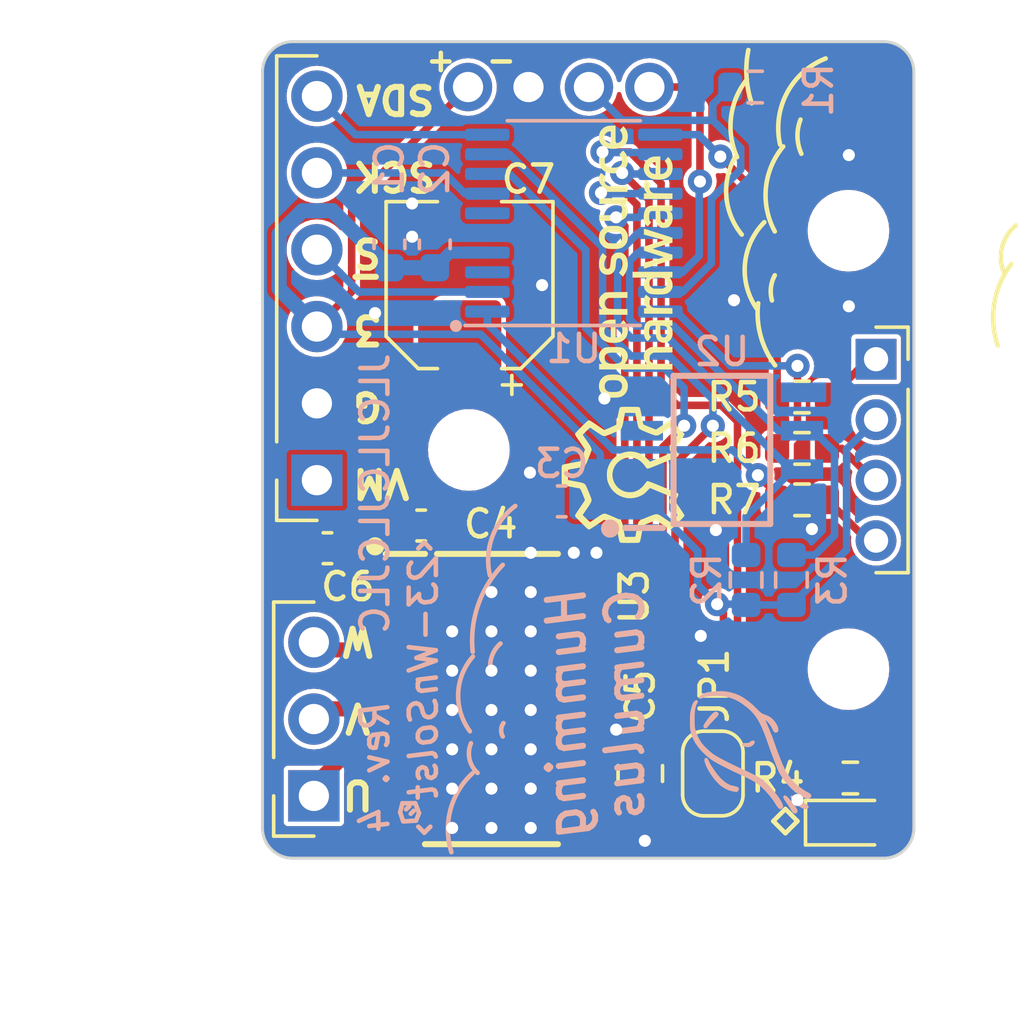
<source format=kicad_pcb>
(kicad_pcb (version 20221018) (generator pcbnew)
  (layers (0 "F.Cu" signal) (31 "B.Cu" signal) (34 "B.Paste" user) (35 "F.Paste" user) (36 "B.SilkS" user "B.Silkscreen") (37 "F.SilkS" user "F.Silkscreen") (38 "B.Mask" user) (39 "F.Mask" user) (44 "Edge.Cuts" user))
  (net 0 "")
  (net 1 "+3.3V")
  (net 2 "Net-(U3-CPH)")
  (net 3 "Net-(U3-CPL)")
  (net 4 "Net-(D1-A)")
  (net 5 "Net-(U3-VCP)")
  (net 6 "IN_U")
  (net 7 "IN_V")
  (net 8 "IN_W")
  (net 9 "MOTOR_U")
  (net 10 "MOTOR_V")
  (net 11 "MOTOR_W")
  (net 12 "NFAULT")
  (net 13 "NSLEEP")
  (net 14 "UNIT_CSN")
  (net 15 "UNIT_SCK")
  (net 16 "UNIT_SDA")
  (net 17 "LED_R")
  (net 18 "LED_G")
  (net 19 "VM")
  (net 20 "LED_B")
  (net 21 "SWCLK")
  (net 22 "SWDIO")
  (net 23 "MAG_SCL")
  (net 24 "MAG_SDA")
  (net 25 "LED_ACT")
  (net 31 "GND")
  (net 32 "Net-(J3-Pin_1)")
  (net 33 "Net-(J3-Pin_3)")
  (net 34 "Net-(J3-Pin_4)")
  (net 35 "V3P3O")
  (footprint "Connector_PinHeader_2.54mm:PinHeader_1x03_P2.54mm_Vertical" (layer "F.Cu") (at 19.9 43.14 180)
    (fp_text reference "J2" hide)
    (fp_text value "Conn_01x03")
    (pad "1" thru_hole rect (at 0 0 180) (size 1.7 1.7) (drill 1) (layers "*.Cu" "*.Mask") (net 9 "MOTOR_U"))
    (pad "2" thru_hole oval (at 0 2.54 180) (size 1.7 1.7) (drill 1) (layers "*.Cu" "*.Mask") (net 10 "MOTOR_V"))
    (pad "3" thru_hole oval (at 0 5.08 180) (size 1.7 1.7) (drill 1) (layers "*.Cu" "*.Mask") (net 11 "MOTOR_W"))
  )
  (footprint "Clouds_footprints:MountingHoles_M3_Tri14.5" (layer "F.Cu") (at 33.4 31.7 -30)
    (fp_text reference "H1" hide)
    (fp_text value "MountingHole")
    (pad "" np_thru_hole circle (at -7.25 4.185789 330) (size 2.4 2.4) (drill 2.4) (layers "F&B.Cu" "*.Mask"))
    (pad "" np_thru_hole circle (at 0 -8.371579 330) (size 2.4 2.4) (drill 2.4) (layers "F&B.Cu" "*.Mask"))
    (pad "" np_thru_hole circle (at 7.25 4.185789 330) (size 2.4 2.4) (drill 2.4) (layers "F&B.Cu" "*.Mask"))
  )
  (footprint "LED_SMD:LED_0603_1608Metric" (layer "F.Cu") (at 37.65 44.025)
    (fp_text reference "D1" hide)
    (fp_text value "Yellow")
    (pad "1" smd roundrect (at -0.7875 0) (size 0.875 0.95) (layers "F.Cu" "F.Paste" "F.Mask") (net 31 "GND"))
    (pad "2" smd roundrect (at 0.7875 0) (size 0.875 0.95) (layers "F.Cu" "F.Paste" "F.Mask") (net 4 "Net-(D1-A)"))
  )
  (footprint "Capacitor_SMD:C_0603_1608Metric" (layer "F.Cu") (at 20.35 34.95 180)
    (fp_text reference "C6" (at -0.675 -1.275 180) (layer "F.SilkS") (effects (font (size 0.9 0.9))))
    (fp_text value "100n")
    (pad "1" smd roundrect (at -0.775 0 180) (size 0.9 0.95) (layers "F.Cu" "F.Paste" "F.Mask") (net 5 "Net-(U3-VCP)"))
    (pad "2" smd roundrect (at 0.775 0 180) (size 0.9 0.95) (layers "F.Cu" "F.Paste" "F.Mask") (net 19 "VM"))
  )
  (footprint "Jumper:SolderJumper-2_P1.3mm_Open_RoundedPad1.0x1.5mm" (layer "F.Cu") (at 33.1 42.4 90)
    (fp_text reference "JP1" (at 2.9 0.05 90) (layer "F.SilkS") (effects (font (size 0.9 0.9))))
    (fp_text value "SolderJumper_2_Open")
    (pad "1" smd custom (at -0.65 0 90) (size 1 0.5) (layers "F.Cu" "F.Mask") (net 35 "V3P3O") (options (clearance outline) (anchor rect)) (primitives (gr_circle (center 0 0.25) (end 0.5 0.25) (width 0) (fill yes)) (gr_circle (center 0 -0.25) (end 0.5 -0.25) (width 0) (fill yes)) (gr_poly (pts (xy 0.5 0.75) (xy 0 0.75) (xy 0 -0.75) (xy 0.5 -0.75)) (width 0) (fill yes))))
    (pad "2" smd custom (at 0.65 0 90) (size 1 0.5) (layers "F.Cu" "F.Mask") (net 1 "+3.3V") (options (clearance outline) (anchor rect)) (primitives (gr_circle (center 0 0.25) (end 0.5 0.25) (width 0) (fill yes)) (gr_circle (center 0 -0.25) (end 0.5 -0.25) (width 0) (fill yes)) (gr_poly (pts (xy 0 0.75) (xy -0.5 0.75) (xy -0.5 -0.75) (xy 0 -0.75)) (width 0) (fill yes))))
  )
  (footprint "Capacitor_SMD:CP_Elec_5x3.9" (layer "F.Cu") (at 25.05 26.25 90)
    (fp_text reference "C7" (at 3.5 1.95 180) (layer "F.SilkS") (effects (font (size 0.9 0.9))))
    (fp_text value "10u")
    (pad "1" smd roundrect (at -2.2 0 90) (size 3 1.6) (layers "F.Cu" "F.Paste" "F.Mask") (roundrect_rratio 0.15625) (net 19 "VM"))
    (pad "2" smd roundrect (at 2.2 0 90) (size 3 1.6) (layers "F.Cu" "F.Paste" "F.Mask") (roundrect_rratio 0.15625) (net 31 "GND"))
  )
  (footprint "LOGO" (layer "F.Cu") (at 30.125 32.525 90)
    (fp_text reference "G***" hide)
    (fp_text value "LOGO" hide)
  )
  (footprint "Clouds_footprints:TestPoints_1x04_P2.0" (layer "F.Cu") (at 28 19.7)
    (fp_text reference "J4" hide)
    (fp_text value "Conn_01x04")
    (fp_text user "-" (at -1.9 -0.9 unlocked) (layer "F.SilkS") (effects (font (size 0.75 0.75))))
    (fp_text user "+" (at -3.9 -0.9 unlocked) (layer "F.SilkS") (effects (font (size 0.75 0.75))))
    (pad "1" thru_hole circle (at -3 0) (size 1.6 1.6) (drill 1) (layers "*.Cu" "*.Mask") (net 1 "+3.3V"))
    (pad "2" thru_hole circle (at -1 0) (size 1.6 1.6) (drill 1) (layers "*.Cu" "*.Mask") (net 31 "GND"))
    (pad "3" thru_hole circle (at 1 0) (size 1.6 1.6) (drill 1) (layers "*.Cu" "*.Mask") (net 21 "SWCLK"))
    (pad "4" thru_hole circle (at 3 0) (size 1.6 1.6) (drill 1) (layers "*.Cu" "*.Mask") (net 22 "SWDIO"))
  )
  (footprint "Resistor_SMD:R_0603_1608Metric" (layer "F.Cu") (at 36.05 29.95 180)
    (fp_text reference "R5" (at 2.25 0 180) (layer "F.SilkS") (effects (font (size 0.9 0.9))))
    (fp_text value "220")
    (pad "1" smd roundrect (at -0.825 0 180) (size 0.8 0.95) (layers "F.Cu" "F.Paste" "F.Mask") (net 32 "Net-(J3-Pin_1)"))
    (pad "2" smd roundrect (at 0.825 0 180) (size 0.8 0.95) (layers "F.Cu" "F.Paste" "F.Mask") (net 17 "LED_R"))
  )
  (footprint "Capacitor_SMD:C_0805_2012Metric" (layer "F.Cu") (at 30.7 42.4 90)
    (fp_text reference "C5" (at 2.55 0 90) (layer "F.SilkS") (effects (font (size 0.9 0.9))))
    (fp_text value "470n")
    (pad "1" smd roundrect (at -0.95 0 90) (size 1 1.45) (layers "F.Cu" "F.Paste" "F.Mask") (net 35 "V3P3O"))
    (pad "2" smd roundrect (at 0.95 0 90) (size 1 1.45) (layers "F.Cu" "F.Paste" "F.Mask") (net 31 "GND"))
  )
  (footprint "Clouds_footprints:SOP65P640X120-29N" (layer "F.Cu") (at 25.775 39.9375)
    (fp_text reference "U3" (at 4.725 -3.3875 90) (layer "F.SilkS") (effects (font (size 0.9 0.9))))
    (fp_text value "DRV8313PWPR" hide)
    (pad "1" smd rect (at -2.938 -4.225 90) (size 0.45 1.475) (layers "F.Cu" "F.Paste" "F.Mask") (net 3 "Net-(U3-CPL)"))
    (pad "2" smd rect (at -2.938 -3.575 90) (size 0.45 1.475) (layers "F.Cu" "F.Paste" "F.Mask") (net 2 "Net-(U3-CPH)"))
    (pad "3" smd rect (at -2.938 -2.925 90) (size 0.45 1.475) (layers "F.Cu" "F.Paste" "F.Mask") (net 5 "Net-(U3-VCP)"))
    (pad "4" smd rect (at -2.938 -2.275 90) (size 0.45 1.475) (layers "F.Cu" "F.Paste" "F.Mask") (net 19 "VM"))
    (pad "5" smd rect (at -2.938 -1.625 90) (size 0.45 1.475) (layers "F.Cu" "F.Paste" "F.Mask") (net 11 "MOTOR_W"))
    (pad "6" smd rect (at -2.938 -0.975 90) (size 0.45 1.475) (layers "F.Cu" "F.Paste" "F.Mask") (net 31 "GND"))
    (pad "7" smd rect (at -2.938 -0.325 90) (size 0.45 1.475) (layers "F.Cu" "F.Paste" "F.Mask") (net 31 "GND"))
    (pad "8" smd rect (at -2.938 0.325 90) (size 0.45 1.475) (layers "F.Cu" "F.Paste" "F.Mask") (net 10 "MOTOR_V"))
    (pad "9" smd rect (at -2.938 0.975 90) (size 0.45 1.475) (layers "F.Cu" "F.Paste" "F.Mask") (net 9 "MOTOR_U"))
    (pad "10" smd rect (at -2.938 1.625 90) (size 0.45 1.475) (layers "F.Cu" "F.Paste" "F.Mask") (net 31 "GND"))
    (pad "11" smd rect (at -2.938 2.275 90) (size 0.45 1.475) (layers "F.Cu" "F.Paste" "F.Mask") (net 19 "VM"))
    (pad "12" smd rect (at -2.938 2.925 90) (size 0.45 1.475) (layers "F.Cu" "F.Paste" "F.Mask") (net 31 "GND"))
    (pad "13" smd rect (at -2.938 3.575 90) (size 0.45 1.475) (layers "F.Cu" "F.Paste" "F.Mask") (net 31 "GND"))
    (pad "14" smd rect (at -2.938 4.225 90) (size 0.45 1.475) (layers "F.Cu" "F.Paste" "F.Mask") (net 31 "GND"))
    (pad "15" smd rect (at 2.938 4.225 90) (size 0.45 1.475) (layers "F.Cu" "F.Paste" "F.Mask") (net 35 "V3P3O"))
    (pad "16" smd rect (at 2.938 3.575 90) (size 0.45 1.475) (layers "F.Cu" "F.Paste" "F.Mask") (net 35 "V3P3O"))
    (pad "17" smd rect (at 2.938 2.925 90) (size 0.45 1.475) (layers "F.Cu" "F.Paste" "F.Mask") (net 13 "NSLEEP"))
    (pad "18" smd rect (at 2.938 2.275 90) (size 0.45 1.475) (layers "F.Cu" "F.Paste" "F.Mask") (net 12 "NFAULT"))
    (pad "19" smd rect (at 2.938 1.625 90) (size 0.45 1.475) (layers "F.Cu" "F.Paste" "F.Mask"))
    (pad "20" smd rect (at 2.938 0.975 90) (size 0.45 1.475) (layers "F.Cu" "F.Paste" "F.Mask") (net 31 "GND"))
    (pad "21" smd rect (at 2.938 0.325 90) (size 0.45 1.475) (layers "F.Cu" "F.Paste" "F.Mask"))
    (pad "22" smd rect (at 2.938 -0.325 90) (size 0.45 1.475) (layers "F.Cu" "F.Paste" "F.Mask") (net 35 "V3P3O"))
    (pad "23" smd rect (at 2.938 -0.975 90) (size 0.45 1.475) (layers "F.Cu" "F.Paste" "F.Mask") (net 6 "IN_U"))
    (pad "24" smd rect (at 2.938 -1.625 90) (size 0.45 1.475) (layers "F.Cu" "F.Paste" "F.Mask") (net 35 "V3P3O"))
    (pad "25" smd rect (at 2.938 -2.275 90) (size 0.45 1.475) (layers "F.Cu" "F.Paste" "F.Mask") (net 7 "IN_V"))
    (pad "26" smd rect (at 2.938 -2.925 90) (size 0.45 1.475) (layers "F.Cu" "F.Paste" "F.Mask") (net 35 "V3P3O"))
    (pad "27" smd rect (at 2.938 -3.575 90) (size 0.45 1.475) (layers "F.Cu" "F.Paste" "F.Mask") (net 8 "IN_W"))
    (pad "28" smd rect (at 2.938 -4.225 90) (size 0.45 1.475) (layers "F.Cu" "F.Paste" "F.Mask") (net 31 "GND"))
    (pad "29" smd rect (at 0 0) (size 3.1 5.18) (layers "F.Cu" "F.Paste" "F.Mask") (net 31 "GND"))
  )
  (footprint "Resistor_SMD:R_0603_1608Metric" (layer "F.Cu") (at 36.05 33.35 180)
    (fp_text reference "R7" (at 2.25 0 180) (layer "F.SilkS") (effects (font (size 0.9 0.9))))
    (fp_text value "220")
    (pad "1" smd roundrect (at -0.825 0 180) (size 0.8 0.95) (layers "F.Cu" "F.Paste" "F.Mask") (net 34 "Net-(J3-Pin_4)"))
    (pad "2" smd roundrect (at 0.825 0 180) (size 0.8 0.95) (layers "F.Cu" "F.Paste" "F.Mask") (net 20 "LED_B"))
  )
  (footprint "Capacitor_SMD:C_0603_1608Metric" (layer "F.Cu") (at 23.45 34.2)
    (fp_text reference "C4" (at 2.3 -0.05 180) (layer "F.SilkS") (effects (font (size 0.9 0.9))))
    (fp_text value "10n")
    (pad "1" smd roundrect (at -0.775 0) (size 0.9 0.95) (layers "F.Cu" "F.Paste" "F.Mask") (net 3 "Net-(U3-CPL)"))
    (pad "2" smd roundrect (at 0.775 0) (size 0.9 0.95) (layers "F.Cu" "F.Paste" "F.Mask") (net 2 "Net-(U3-CPH)"))
  )
  (footprint "LOGO" (layer "F.Cu") (at 30.433781 25.475 90)
    (fp_text reference "G***" hide)
    (fp_text value "LOGO" hide)
  )
  (footprint "Resistor_SMD:R_0603_1608Metric" (layer "F.Cu") (at 36.05 31.65 180)
    (fp_text reference "R6" (at 2.25 0 180) (layer "F.SilkS") (effects (font (size 0.9 0.9))))
    (fp_text value "220")
    (pad "1" smd roundrect (at -0.825 0 180) (size 0.8 0.95) (layers "F.Cu" "F.Paste" "F.Mask") (net 33 "Net-(J3-Pin_3)"))
    (pad "2" smd roundrect (at 0.825 0 180) (size 0.8 0.95) (layers "F.Cu" "F.Paste" "F.Mask") (net 18 "LED_G"))
  )
  (footprint "Connector_PinHeader_2.54mm:PinHeader_1x06_P2.54mm_Vertical" (layer "F.Cu") (at 20 32.7 180)
    (fp_text reference "J1" hide)
    (fp_text value "Conn_01x06")
    (pad "1" thru_hole rect (at 0 0 180) (size 1.7 1.7) (drill 1) (layers "*.Cu" "*.Mask") (net 19 "VM"))
    (pad "2" thru_hole oval (at 0 2.54 180) (size 1.7 1.7) (drill 1) (layers "*.Cu" "*.Mask") (net 31 "GND"))
    (pad "3" thru_hole oval (at 0 5.08 180) (size 1.7 1.7) (drill 1) (layers "*.Cu" "*.Mask") (net 1 "+3.3V"))
    (pad "4" thru_hole oval (at 0 7.62 180) (size 1.7 1.7) (drill 1) (layers "*.Cu" "*.Mask") (net 14 "UNIT_CSN"))
    (pad "5" thru_hole oval (at 0 10.16 180) (size 1.7 1.7) (drill 1) (layers "*.Cu" "*.Mask") (net 15 "UNIT_SCK"))
    (pad "6" thru_hole oval (at 0 12.7 180) (size 1.7 1.7) (drill 1) (layers "*.Cu" "*.Mask") (net 16 "UNIT_SDA"))
  )
  (footprint "Connector_PinHeader_2.00mm:PinHeader_1x04_P2.00mm_Vertical" (layer "F.Cu") (at 38.5 28.7)
    (fp_text reference "J3" hide)
    (fp_text value "Conn_01x04")
    (pad "1" thru_hole rect (at 0 0) (size 1.35 1.35) (drill 0.8) (layers "*.Cu" "*.Mask") (net 32 "Net-(J3-Pin_1)"))
    (pad "2" thru_hole oval (at 0 2) (size 1.35 1.35) (drill 0.8) (layers "*.Cu" "*.Mask") (net 1 "+3.3V"))
    (pad "3" thru_hole oval (at 0 4) (size 1.35 1.35) (drill 0.8) (layers "*.Cu" "*.Mask") (net 33 "Net-(J3-Pin_3)"))
    (pad "4" thru_hole oval (at 0 6) (size 1.35 1.35) (drill 0.8) (layers "*.Cu" "*.Mask") (net 34 "Net-(J3-Pin_4)"))
  )
  (footprint "Resistor_SMD:R_0603_1608Metric" (layer "F.Cu") (at 37.65 42.55)
    (fp_text reference "R4" (at -2.4 0) (layer "F.SilkS") (effects (font (size 0.9 0.9))))
    (fp_text value "TBD")
    (pad "1" smd roundrect (at -0.825 0) (size 0.8 0.95) (layers "F.Cu" "F.Paste" "F.Mask") (net 25 "LED_ACT"))
    (pad "2" smd roundrect (at 0.825 0) (size 0.8 0.95) (layers "F.Cu" "F.Paste" "F.Mask") (net 4 "Net-(D1-A)"))
  )
  (footprint "Clouds_footprints:SOIC127P600X175-8N" (layer "B.Cu") (at 33.4 31.7)
    (fp_text reference "U2" (at 0 -3.25) (layer "B.SilkS") (effects (font (size 0.9 0.9)) (justify mirror)))
    (fp_text value "AS5600L-ASOM" hide)
    (pad "1" smd rect (at -2.7 1.905 270) (size 0.65 1.5) (layers "B.Cu" "B.Paste" "B.Mask") (net 1 "+3.3V"))
    (pad "2" smd rect (at -2.65 0.635 270) (size 0.65 1.4) (layers "B.Cu" "B.Paste" "B.Mask") (net 1 "+3.3V"))
    (pad "3" smd rect (at -2.65 -0.635 270) (size 0.65 1.4) (layers "B.Cu" "B.Paste" "B.Mask"))
    (pad "4" smd rect (at -2.7 -1.905 270) (size 0.65 1.5) (layers "B.Cu" "B.Paste" "B.Mask") (net 31 "GND"))
    (pad "5" smd rect (at 2.7 -1.905 270) (size 0.65 1.5) (layers "B.Cu" "B.Paste" "B.Mask"))
    (pad "6" smd rect (at 2.65 -0.635 270) (size 0.65 1.4) (layers "B.Cu" "B.Paste" "B.Mask") (net 24 "MAG_SDA"))
    (pad "7" smd rect (at 2.65 0.635 270) (size 0.65 1.4) (layers "B.Cu" "B.Paste" "B.Mask") (net 23 "MAG_SCL"))
    (pad "8" smd rect (at 2.7 1.905 270) (size 0.65 1.5) (layers "B.Cu" "B.Paste" "B.Mask") (net 31 "GND"))
  )
  (footprint "Resistor_SMD:R_0603_1608Metric" (layer "B.Cu") (at 34.2 36 90)
    (fp_text reference "R2" (at 0 -1.3 90) (layer "B.SilkS") (effects (font (size 0.9 0.9)) (justify mirror)))
    (fp_text value "1.5k")
    (pad "1" smd roundrect (at -0.825 0 90) (size 0.8 0.95) (layers "B.Cu" "B.Paste" "B.Mask") (net 1 "+3.3V"))
    (pad "2" smd roundrect (at 0.825 0 90) (size 0.8 0.95) (layers "B.Cu" "B.Paste" "B.Mask") (net 23 "MAG_SCL"))
  )
  (footprint "Capacitor_SMD:C_0603_1608Metric" (layer "B.Cu") (at 23.9 24.9 90)
    (fp_text reference "C2" (at 2.5 0 90) (layer "B.SilkS") (effects (font (size 0.9 0.9)) (justify mirror)))
    (fp_text value "100n")
    (pad "1" smd roundrect (at -0.775 0 90) (size 0.9 0.95) (layers "B.Cu" "B.Paste" "B.Mask") (net 1 "+3.3V"))
    (pad "2" smd roundrect (at 0.775 0 90) (size 0.9 0.95) (layers "B.Cu" "B.Paste" "B.Mask") (net 31 "GND"))
  )
  (footprint "Capacitor_SMD:C_0603_1608Metric" (layer "B.Cu") (at 28.1 33.4 180)
    (fp_text reference "C3" (at 0 1.25) (layer "B.SilkS") (effects (font (size 0.9 0.9)) (justify mirror)))
    (fp_text value "100n")
    (pad "1" smd roundrect (at -0.775 0 180) (size 0.9 0.95) (layers "B.Cu" "B.Paste" "B.Mask") (net 1 "+3.3V"))
    (pad "2" smd roundrect (at 0.775 0 180) (size 0.9 0.95) (layers "B.Cu" "B.Paste" "B.Mask") (net 31 "GND"))
  )
  (footprint "Package_SO:TSSOP-20_4.4x6.5mm_P0.65mm" (layer "B.Cu") (at 28.5 24.2)
    (fp_text reference "U1" (at 0 4.15) (layer "B.SilkS") (effects (font (size 0.9 0.9)) (justify mirror)))
    (fp_text value "STM32G030F6Px")
    (pad "1" smd roundrect (at -2.8625 2.925) (size 1.475 0.4) (layers "B.Cu" "B.Paste" "B.Mask") (net 20 "LED_B"))
    (pad "2" smd roundrect (at -2.8625 2.275) (size 1.475 0.4) (layers "B.Cu" "B.Paste" "B.Mask") (net 14 "UNIT_CSN"))
    (pad "3" smd roundrect (at -2.8625 1.625) (size 1.475 0.4) (layers "B.Cu" "B.Paste" "B.Mask"))
    (pad "4" smd roundrect (at -2.8625 0.975) (size 1.475 0.4) (layers "B.Cu" "B.Paste" "B.Mask") (net 1 "+3.3V"))
    (pad "5" smd roundrect (at -2.8625 0.325) (size 1.475 0.4) (layers "B.Cu" "B.Paste" "B.Mask") (net 31 "GND"))
    (pad "6" smd roundrect (at -2.8625 -0.325) (size 1.475 0.4) (layers "B.Cu" "B.Paste" "B.Mask"))
    (pad "7" smd roundrect (at -2.8625 -0.975) (size 1.475 0.4) (layers "B.Cu" "B.Paste" "B.Mask") (net 15 "UNIT_SCK"))
    (pad "8" smd roundrect (at -2.8625 -1.625) (size 1.475 0.4) (layers "B.Cu" "B.Paste" "B.Mask") (net 12 "NFAULT"))
    (pad "9" smd roundrect (at -2.8625 -2.275) (size 1.475 0.4) (layers "B.Cu" "B.Paste" "B.Mask") (net 13 "NSLEEP"))
    (pad "10" smd roundrect (at -2.8625 -2.925) (size 1.475 0.4) (layers "B.Cu" "B.Paste" "B.Mask") (net 16 "UNIT_SDA"))
    (pad "11" smd roundrect (at 2.8625 -2.925) (size 1.475 0.4) (layers "B.Cu" "B.Paste" "B.Mask") (net 17 "LED_R"))
    (pad "12" smd roundrect (at 2.8625 -2.275) (size 1.475 0.4) (layers "B.Cu" "B.Paste" "B.Mask") (net 25 "LED_ACT"))
    (pad "13" smd roundrect (at 2.8625 -1.625) (size 1.475 0.4) (layers "B.Cu" "B.Paste" "B.Mask") (net 6 "IN_U"))
    (pad "14" smd roundrect (at 2.8625 -0.975) (size 1.475 0.4) (layers "B.Cu" "B.Paste" "B.Mask") (net 7 "IN_V"))
    (pad "15" smd roundrect (at 2.8625 -0.325) (size 1.475 0.4) (layers "B.Cu" "B.Paste" "B.Mask") (net 8 "IN_W"))
    (pad "16" smd roundrect (at 2.8625 0.325) (size 1.475 0.4) (layers "B.Cu" "B.Paste" "B.Mask") (net 23 "MAG_SCL"))
    (pad "17" smd roundrect (at 2.8625 0.975) (size 1.475 0.4) (layers "B.Cu" "B.Paste" "B.Mask") (net 24 "MAG_SDA"))
    (pad "18" smd roundrect (at 2.8625 1.625) (size 1.475 0.4) (layers "B.Cu" "B.Paste" "B.Mask") (net 22 "SWDIO"))
    (pad "19" smd roundrect (at 2.8625 2.275) (size 1.475 0.4) (layers "B.Cu" "B.Paste" "B.Mask") (net 21 "SWCLK"))
    (pad "20" smd roundrect (at 2.8625 2.925) (size 1.475 0.4) (layers "B.Cu" "B.Paste" "B.Mask") (net 18 "LED_G"))
  )
  (footprint "Capacitor_SMD:C_0603_1608Metric" (layer "B.Cu") (at 22.4 24.9 90)
    (fp_text reference "C1" (at 2.5 0 90) (layer "B.SilkS") (effects (font (size 0.9 0.9)) (justify mirror)))
    (fp_text value "4.7u")
    (pad "1" smd roundrect (at -0.775 0 90) (size 0.9 0.95) (layers "B.Cu" "B.Paste" "B.Mask") (net 1 "+3.3V"))
    (pad "2" smd roundrect (at 0.775 0 90) (size 0.9 0.95) (layers "B.Cu" "B.Paste" "B.Mask") (net 31 "GND"))
  )
  (footprint "Resistor_SMD:R_0603_1608Metric" (layer "B.Cu") (at 35.7 36 90)
    (fp_text reference "R3" (at 0 1.35 90) (layer "B.SilkS") (effects (font (size 0.9 0.9)) (justify mirror)))
    (fp_text value "1.5k")
    (pad "1" smd roundrect (at -0.825 0 90) (size 0.8 0.95) (layers "B.Cu" "B.Paste" "B.Mask") (net 1 "+3.3V"))
    (pad "2" smd roundrect (at 0.825 0 90) (size 0.8 0.95) (layers "B.Cu" "B.Paste" "B.Mask") (net 24 "MAG_SDA"))
  )
  (footprint "LOGO" (layer "B.Cu") (at 34.429684 41.756473 -90)
    (fp_text reference "G***" hide)
    (fp_text value "LOGO" hide)
  )
  (footprint "Resistor_SMD:R_0603_1608Metric" (layer "B.Cu") (at 34.5 19.7)
    (fp_text reference "R1" (at 2.1 0.1 90) (layer "B.SilkS") (effects (font (size 0.9 0.9)) (justify mirror)))
    (fp_text value "100k")
    (pad "1" smd roundrect (at -0.825 0) (size 0.8 0.95) (layers "B.Cu" "B.Paste" "B.Mask") (net 21 "SWCLK"))
    (pad "2" smd roundrect (at 0.825 0) (size 0.8 0.95) (layers "B.Cu" "B.Paste" "B.Mask") (net 31 "GND"))
  )
  (gr_arc (start 25.748588 39.029012) (mid 25.788874 38.52197) (end 26.07505 38.101474) (stroke (width 0.15)) (layer "B.SilkS"))
  (gr_line (start 23.554 44.3585) (end 23.354 44.1585) (stroke (width 0.15)) (layer "B.SilkS"))
  (gr_line (start 23.754 34.9585) (end 23.554 34.7585) (stroke (width 0.15)) (layer "B.SilkS"))
  (gr_line (start 22.954 43.5835) (end 23.054 43.4835) (stroke (width 0.15)) (layer "B.SilkS"))
  (gr_arc (start 26.15 41.175) (mid 26.096478 40.950627) (end 26.17369 40.733266) (stroke (width 0.15)) (layer "B.SilkS"))
  (gr_line (start 23.254 43.3835) (end 23.379 43.7085) (stroke (width 0.15)) (layer "B.SilkS"))
  (gr_arc (start 25.725 35.85) (mid 25.80152 34.575867) (end 26.563683 33.551963) (stroke (width 0.15)) (layer "B.SilkS"))
  (gr_line (start 23.104 43.7335) (end 23.204 43.6335) (stroke (width 0.15)) (layer "B.SilkS"))
  (gr_arc (start 25.316267 42.37979) (mid 25.05 41.925) (end 25.098093 41.400196) (stroke (width 0.15)) (layer "B.SilkS"))
  (gr_line (start 23.379 43.7085) (end 23.279 43.9585) (stroke (width 0.15)) (layer "B.SilkS"))
  (gr_line (start 22.754 43.6835) (end 22.829 43.3835) (stroke (width 0.15)) (layer "B.SilkS"))
  (gr_line (start 22.829 43.3835) (end 23.254 43.3835) (stroke (width 0.15)) (layer "B.SilkS"))
  (gr_arc (start 25.062508 41.00298) (mid 24.675 39.75) (end 25.162526 38.532445) (stroke (width 0.15)) (layer "B.SilkS"))
  (gr_line (start 22.854 43.9835) (end 22.754 43.6835) (stroke (width 0.15)) (layer "B.SilkS"))
  (gr_circle (center 24.6 27.6) (end 24.8 27.6) (fill solid) (layer "B.SilkS"))
  (gr_arc (start 24.45 45) (mid 24.418948 43.596003) (end 25.146239 42.394662) (stroke (width 0.15)) (layer "B.SilkS"))
  (gr_line (start 23.754 44.1585) (end 23.554 44.3585) (stroke (width 0.15)) (layer "B.SilkS"))
  (gr_line (start 23.554 34.7585) (end 23.354 34.9585) (stroke (width 0.15)) (layer "B.SilkS"))
  (gr_line (start 23.279 43.9585) (end 22.879 43.9835) (stroke (width 0.15)) (layer "B.SilkS"))
  (gr_arc (start 25.155812 38.377182) (mid 25.333098 36.82875) (end 26.150051 35.501474) (stroke (width 0.15)) (layer "B.SilkS"))
  (gr_arc (start 35.161041 28.903816) (mid 34.681912 27.931162) (end 34.6 26.85) (stroke (width 0.15)) (layer "F.SilkS"))
  (gr_arc (start 35.055867 26.75747) (mid 35.021859 26.332067) (end 35.15 25.925) (stroke (width 0.15)) (layer "F.SilkS"))
  (gr_arc (start 35.325237 21.604888) (mid 35.55 19.9) (end 36.833076 18.755065) (stroke (width 0.15)) (layer "F.SilkS"))
  (gr_line (start 35.1 43.975) (end 35.5 43.575) (stroke (width 0.15)) (layer "F.SilkS"))
  (gr_arc (start 34.056881 24.578607) (mid 33.55 23.35) (end 33.818591 22.048361) (stroke (width 0.15)) (layer "F.SilkS"))
  (gr_line (start 35.5 44.375) (end 35.1 43.975) (stroke (width 0.15)) (layer "F.SilkS"))
  (gr_arc (start 34.55 27.025) (mid 34.161963 25.551721) (end 34.802974 24.16961) (stroke (width 0.15)) (layer "F.SilkS"))
  (gr_line (start 21.95 25.975) (end 21.275 25.975) (stroke (width 0.2)) (layer "F.SilkS"))
  (gr_arc (start 42.748825 25.870841) (mid 42.667379 25.010481) (end 43.127062 24.278672) (stroke (width 0.15)) (layer "F.SilkS"))
  (gr_arc (start 42.525 28.25) (mid 42.413538 26.845252) (end 42.977062 25.553672) (stroke (width 0.15)) (layer "F.SilkS"))
  (gr_arc (start 34.385312 20.237448) (mid 34.214347 19.363473) (end 34.275 18.475) (stroke (width 0.15)) (layer "F.SilkS"))
  (gr_line (start 35.5 43.575) (end 35.9 43.975) (stroke (width 0.15)) (layer "F.SilkS"))
  (gr_arc (start 36.029118 21.906026) (mid 35.900081 21.34346) (end 36 20.775) (stroke (width 0.15)) (layer "F.SilkS"))
  (gr_arc (start 33.901955 22.018951) (mid 33.703482 20.689206) (end 34.225001 19.45) (stroke (width 0.15)) (layer "F.SilkS"))
  (gr_arc (start 35.150001 24.475) (mid 34.856303 23.027069) (end 35.429349 21.665312) (stroke (width 0.15)) (layer "F.SilkS"))
  (gr_line (start 35.9 43.975) (end 35.5 44.375) (stroke (width 0.15)) (layer "F.SilkS"))
  (gr_arc (start 19.2 45.2) (mid 18.492893 44.907107) (end 18.2 44.2) (stroke (width 0.1)) (layer "Edge.Cuts"))
  (gr_line (start 39.75 19.2) (end 39.75 44.2) (stroke (width 0.1)) (layer "Edge.Cuts"))
  (gr_arc (start 39.75 44.2) (mid 39.457107 44.907107) (end 38.75 45.2) (stroke (width 0.1)) (layer "Edge.Cuts"))
  (gr_line (start 19.2 18.2) (end 38.75 18.2) (stroke (width 0.1)) (layer "Edge.Cuts"))
  (gr_arc (start 18.2 19.2) (mid 18.492893 18.492894) (end 19.2 18.2) (stroke (width 0.1)) (layer "Edge.Cuts"))
  (gr_line (start 19.2 45.2) (end 38.75 45.2) (stroke (width 0.1)) (layer "Edge.Cuts"))
  (gr_line (start 18.2 19.2) (end 18.2 44.2) (stroke (width 0.1)) (layer "Edge.Cuts"))
  (gr_arc (start 38.75 18.2) (mid 39.457107 18.492893) (end 39.75 19.2) (stroke (width 0.1)) (layer "Edge.Cuts"))
  (gr_text "Rev. 4" (at 22.45 44.425 90) (layer "B.SilkS") (effects (font (size 0.9 0.9) (thickness 0.15) italic) (justify right bottom mirror)))
  (gr_text "23-WnSolst" (at 24.054 35.0585 90) (layer "B.SilkS") (effects (font (size 0.9 0.9) (thickness 0.15) italic) (justify left bottom mirror)))
  (gr_text "JLCJLCJLCJLC" (at 22.45 37.875 90) (layer "B.SilkS") (effects (font (size 0.9 0.9)) (justify right bottom mirror)))
  (gr_text "Humming\nCumulus" (at 29.225 36.1 90) (layer "B.SilkS") (effects (font (size 1.2 1.2) (thickness 0.2) bold italic) (justify left mirror)))
  (gr_text "U" (at 21.35 43.1 180) (layer "F.SilkS") (effects (font (size 0.9 0.9) (thickness 0.2) bold)))
  (gr_text "G" (at 21.1 30.26 180) (layer "F.SilkS") (effects (font (size 0.9 0.9) (thickness 0.2) bold) (justify right)))
  (gr_text "S" (at 21.1 25.18 180) (layer "F.SilkS") (effects (font (size 0.9 0.9) (thickness 0.2) bold) (justify right)))
  (gr_text "SCK" (at 21.1 22.64 180) (layer "F.SilkS") (effects (font (size 0.9 0.9) (thickness 0.2) bold) (justify right)))
  (gr_text "VM" (at 21.1 32.8 180) (layer "F.SilkS") (effects (font (size 0.9 0.9) (thickness 0.2) bold) (justify right)))
  (gr_text "3" (at 21.1 27.72 180) (layer "F.SilkS") (effects (font (size 0.9 0.9) (thickness 0.2) bold) (justify right)))
  (gr_text "W" (at 21.35 38.02 180) (layer "F.SilkS") (effects (font (size 0.9 0.9) (thickness 0.2) bold)))
  (gr_text "V" (at 21.35 40.56 180) (layer "F.SilkS") (effects (font (size 0.9 0.9) (thickness 0.2) bold)))
  (gr_text "SDA" (at 21.2 20.1 180) (layer "F.SilkS") (effects (font (size 0.9 0.9) (thickness 0.2) bold) (justify right)))
  (segment (start 33.45 37.009198) (end 33.45 41.4) (width 0.25) (layer "F.Cu") (net 1))
  (segment (start 21.15 26.47) (end 21.15 23.55) (width 0.25) (layer "F.Cu") (net 1))
  (segment (start 21.15 23.55) (end 25 19.7) (width 0.25) (layer "F.Cu") (net 1))
  (segment (start 33.45 41.4) (end 33.1 41.75) (width 0.25) (layer "F.Cu") (net 1))
  (segment (start 33.240802 36.8) (end 33.45 37.009198) (width 0.25) (layer "F.Cu") (net 1))
  (segment (start 20 27.62) (end 21.15 26.47) (width 0.25) (layer "F.Cu") (net 1))
  (via (at 33.240802 36.8) (size 0.8) (drill 0.4) (layers "F.Cu" "B.Cu") (net 1))
  (segment (start 23.9 25.675) (end 24.4 25.175) (width 0.4) (layer "B.Cu") (net 1))
  (segment (start 20 27.62) (end 20.155 27.62) (width 0.5) (layer "B.Cu") (net 1))
  (segment (start 31.1275 32.335) (end 30.99 32.335) (width 0.25) (layer "B.Cu") (net 1))
  (segment (start 20.255 27.875) (end 20 27.62) (width 0.25) (layer "B.Cu") (net 1))
  (segment (start 30.7 33.605) (end 29.08 33.605) (width 0.5) (layer "B.Cu") (net 1))
  (segment (start 32.6 36.159198) (end 32.6 35.05) (width 0.25) (layer "B.Cu") (net 1))
  (segment (start 18.75 26.37) (end 20 27.62) (width 0.5) (layer "B.Cu") (net 1))
  (segment (start 34.175 36.8) (end 34.2 36.825) (width 0.25) (layer "B.Cu") (net 1))
  (segment (start 32.6 35.05) (end 31.25 33.7) (width 0.25) (layer "B.Cu") (net 1))
  (segment (start 35.7 36.825) (end 37.525 35) (width 0.25) (layer "B.Cu") (net 1))
  (segment (start 25.419314 27.875) (end 20.255 27.875) (width 0.25) (layer "B.Cu") (net 1))
  (segment (start 29.375 31.830686) (end 25.419314 27.875) (width 0.25) (layer "B.Cu") (net 1))
  (segment (start 37.525 35) (end 37.525 31.675) (width 0.25) (layer "B.Cu") (net 1))
  (segment (start 22.4 25.675) (end 20.515 23.79) (width 0.5) (layer "B.Cu") (net 1))
  (segment (start 33.240802 36.8) (end 32.6 36.159198) (width 0.25) (layer "B.Cu") (net 1))
  (segment (start 20.23 27.62) (end 20 27.62) (width 0.5) (layer "B.Cu") (net 1))
  (segment (start 20.515 23.79) (end 19.522233 23.79) (width 0.5) (layer "B.Cu") (net 1))
  (segment (start 22.4 25.675) (end 22.175 25.675) (width 0.5) (layer "B.Cu") (net 1))
  (segment (start 29.375 32.075) (end 29.375 31.830686) (width 0.25) (layer "B.Cu") (net 1))
  (segment (start 33.240802 36.8) (end 34.175 36.8) (width 0.25) (layer "B.Cu") (net 1))
  (segment (start 18.75 24.562233) (end 18.75 26.37) (width 0.5) (layer "B.Cu") (net 1))
  (segment (start 22.4 25.675) (end 23.9 25.675) (width 0.5) (layer "B.Cu") (net 1))
  (segment (start 37.525 31.675) (end 38.5 30.7) (width 0.25) (layer "B.Cu") (net 1))
  (segment (start 29.08 33.605) (end 28.875 33.4) (width 0.5) (layer "B.Cu") (net 1))
  (segment (start 34.2 36.825) (end 35.7 36.825) (width 0.25) (layer "B.Cu") (net 1))
  (segment (start 19.522233 23.79) (end 18.75 24.562233) (width 0.5) (layer "B.Cu") (net 1))
  (segment (start 24.4 25.175) (end 25.6375 25.175) (width 0.4) (layer "B.Cu") (net 1))
  (segment (start 23.6995 36.3625) (end 23.8495 36.2125) (width 0.25) (layer "F.Cu") (net 2))
  (segment (start 23.8495 36.2125) (end 23.8495 34.5755) (width 0.25) (layer "F.Cu") (net 2))
  (segment (start 23.8495 34.5755) (end 24.225 34.2) (width 0.25) (layer "F.Cu") (net 2))
  (segment (start 22.837 36.3625) (end 23.6995 36.3625) (width 0.25) (layer "F.Cu") (net 2))
  (segment (start 22.675 35.5505) (end 22.837 35.7125) (width 0.25) (layer "F.Cu") (net 3))
  (segment (start 22.675 34.2) (end 22.675 35.5505) (width 0.25) (layer "F.Cu") (net 3))
  (segment (start 38.475 44.1) (end 38.475 42.5875) (width 0.25) (layer "F.Cu") (net 4))
  (segment (start 38.475 42.5875) (end 38.4375 42.55) (width 0.25) (layer "F.Cu") (net 4))
  (segment (start 21.125 34.95) (end 21.8245 35.6495) (width 0.25) (layer "F.Cu") (net 5))
  (segment (start 21.8245 35.6495) (end 21.8245 36.8625) (width 0.25) (layer "F.Cu") (net 5))
  (segment (start 21.9745 37.0125) (end 22.837 37.0125) (width 0.25) (layer "F.Cu") (net 5))
  (segment (start 21.8245 36.8625) (end 21.9745 37.0125) (width 0.25) (layer "F.Cu") (net 5))
  (segment (start 30.09888 22.540559) (end 30.103788 22.540559) (width 0.25) (layer "F.Cu") (net 6))
  (segment (start 30.103788 22.540559) (end 30.987 23.423771) (width 0.25) (layer "F.Cu") (net 6))
  (segment (start 30.987 23.423771) (end 30.987 37.538) (width 0.25) (layer "F.Cu") (net 6))
  (segment (start 29.5625 38.9625) (end 28.713 38.9625) (width 0.25) (layer "F.Cu") (net 6))
  (segment (start 30.987 37.538) (end 29.5625 38.9625) (width 0.25) (layer "F.Cu") (net 6))
  (via (at 30.09888 22.540559) (size 0.8) (drill 0.4) (layers "F.Cu" "B.Cu") (net 6))
  (segment (start 30.133321 22.575) (end 31.3625 22.575) (width 0.25) (layer "B.Cu") (net 6))
  (segment (start 30.09888 22.540559) (end 30.133321 22.575) (width 0.25) (layer "B.Cu") (net 6))
  (segment (start 29.4 23.2) (end 29.415559 23.215559) (width 0.25) (layer "F.Cu") (net 7))
  (segment (start 29.616186 37.6625) (end 28.713 37.6625) (width 0.25) (layer "F.Cu") (net 7))
  (segment (start 30.587 23.589457) (end 30.587 36.691686) (width 0.25) (layer "F.Cu") (net 7))
  (segment (start 30.587 36.691686) (end 29.616186 37.6625) (width 0.25) (layer "F.Cu") (net 7))
  (segment (start 30.213102 23.215559) (end 30.587 23.589457) (width 0.25) (layer "F.Cu") (net 7))
  (segment (start 29.415559 23.215559) (end 30.213102 23.215559) (width 0.25) (layer "F.Cu") (net 7))
  (via (at 29.4 23.2) (size 0.8) (drill 0.4) (layers "F.Cu" "B.Cu") (net 7))
  (segment (start 29.425 23.225) (end 31.3625 23.225) (width 0.25) (layer "B.Cu") (net 7))
  (segment (start 29.4 23.2) (end 29.425 23.225) (width 0.25) (layer "B.Cu") (net 7))
  (segment (start 30.187 35.876) (end 29.7005 36.3625) (width 0.25) (layer "F.Cu") (net 8))
  (segment (start 29.7005 36.3625) (end 28.713 36.3625) (width 0.25) (layer "F.Cu") (net 8))
  (segment (start 29.897632 24.008652) (end 30.187 24.29802) (width 0.25) (layer "F.Cu") (net 8))
  (segment (start 30.187 24.29802) (end 30.187 35.876) (width 0.25) (layer "F.Cu") (net 8))
  (via (at 29.897632 24.008652) (size 0.8) (drill 0.4) (layers "F.Cu" "B.Cu") (net 8))
  (segment (start 30.641348 24.008652) (end 30.775 23.875) (width 0.25) (layer "B.Cu") (net 8))
  (segment (start 29.897632 24.008652) (end 30.641348 24.008652) (width 0.25) (layer "B.Cu") (net 8))
  (segment (start 30.775 23.875) (end 31.3625 23.875) (width 0.25) (layer "B.Cu") (net 8))
  (segment (start 19.9 42.806) (end 19.9 43.14) (width 0.5) (layer "F.Cu") (net 9))
  (segment (start 21.7935 40.9125) (end 19.9 42.806) (width 0.5) (layer "F.Cu") (net 9))
  (segment (start 22.837 40.9125) (end 21.7935 40.9125) (width 0.5) (layer "F.Cu") (net 9))
  (segment (start 20.2375 40.2625) (end 19.9 40.6) (width 0.5) (layer "F.Cu") (net 10))
  (segment (start 22.837 40.2625) (end 20.2375 40.2625) (width 0.5) (layer "F.Cu") (net 10))
  (segment (start 22.837 38.3125) (end 20.1525 38.3125) (width 0.5) (layer "F.Cu") (net 11))
  (segment (start 20.1525 38.3125) (end 19.9 38.06) (width 0.5) (layer "F.Cu") (net 11))
  (segment (start 28.7255 42.225) (end 28.713 42.2125) (width 0.25) (layer "F.Cu") (net 12))
  (segment (start 31.45 40.72561) (end 31.45 31.6) (width 0.25) (layer "F.Cu") (net 12))
  (segment (start 31.7 40.97561) (end 31.7 41.92439) (width 0.2) (layer "F.Cu") (net 12))
  (segment (start 31.39939 42.225) (end 28.7255 42.225) (width 0.2) (layer "F.Cu") (net 12))
  (segment (start 31.7 40.97561) (end 31.45 40.72561) (width 0.2) (layer "F.Cu") (net 12))
  (segment (start 31.45 31.6) (end 32.15 30.9) (width 0.25) (layer "F.Cu") (net 12))
  (segment (start 31.7 41.92439) (end 31.39939 42.225) (width 0.2) (layer "F.Cu") (net 12))
  (via (at 32.15 30.9) (size 0.8) (drill 0.4) (layers "F.Cu" "B.Cu") (net 12))
  (segment (start 28.9 25.100001) (end 28.9 27.665685) (width 0.25) (layer "B.Cu") (net 12))
  (segment (start 28.9 27.665685) (end 30.229315 28.995) (width 0.25) (layer "B.Cu") (net 12))
  (segment (start 25.6375 22.575) (end 26.374999 22.575) (width 0.25) (layer "B.Cu") (net 12))
  (segment (start 32.15 29.65) (end 32.15 30.9) (width 0.25) (layer "B.Cu") (net 12))
  (segment (start 26.374999 22.575) (end 28.9 25.100001) (width 0.25) (layer "B.Cu") (net 12))
  (segment (start 30.229315 28.995) (end 31.495 28.995) (width 0.25) (layer "B.Cu") (net 12))
  (segment (start 31.495 28.995) (end 32.15 29.65) (width 0.25) (layer "B.Cu") (net 12))
  (segment (start 33.099503 30.905092) (end 33.099503 30.9) (width 0.25) (layer "F.Cu") (net 13))
  (segment (start 32.075 42.044364) (end 32.075 40.784924) (width 0.2) (layer "F.Cu") (net 13))
  (segment (start 29.748466 42.8625) (end 30.010966 42.6) (width 0.2) (layer "F.Cu") (net 13))
  (segment (start 30.010966 42.6) (end 31.519364 42.6) (width 0.2) (layer "F.Cu") (net 13))
  (segment (start 28.713 42.8625) (end 29.748466 42.8625) (width 0.2) (layer "F.Cu") (net 13))
  (segment (start 31.85 40.559924) (end 31.85 32.154595) (width 0.25) (layer "F.Cu") (net 13))
  (segment (start 31.519364 42.6) (end 32.075 42.044364) (width 0.2) (layer "F.Cu") (net 13))
  (segment (start 31.85 40.559924) (end 32.075 40.784924) (width 0.25) (layer "F.Cu") (net 13))
  (segment (start 31.85 32.154595) (end 33.099503 30.905092) (width 0.25) (layer "F.Cu") (net 13))
  (via (at 33.099503 30.9) (size 0.8) (drill 0.4) (layers "F.Cu" "B.Cu") (net 13))
  (segment (start 29.45 25.000001) (end 26.374999 21.925) (width 0.25) (layer "B.Cu") (net 13))
  (segment (start 33.099503 30.9) (end 33.099503 30.033817) (width 0.25) (layer "B.Cu") (net 13))
  (segment (start 31.660686 28.595) (end 30.395 28.595) (width 0.25) (layer "B.Cu") (net 13))
  (segment (start 33.099503 30.033817) (end 31.660686 28.595) (width 0.25) (layer "B.Cu") (net 13))
  (segment (start 29.45 27.65) (end 29.45 25.000001) (width 0.25) (layer "B.Cu") (net 13))
  (segment (start 26.374999 21.925) (end 25.6375 21.925) (width 0.25) (layer "B.Cu") (net 13))
  (segment (start 30.395 28.595) (end 29.45 27.65) (width 0.25) (layer "B.Cu") (net 13))
  (segment (start 25.6375 26.475) (end 21.395 26.475) (width 0.25) (layer "B.Cu") (net 14))
  (segment (start 21.395 26.475) (end 20 25.08) (width 0.25) (layer "B.Cu") (net 14))
  (segment (start 25.6375 23.225) (end 24.900001 23.225) (width 0.25) (layer "B.Cu") (net 15))
  (segment (start 24.215001 22.54) (end 20 22.54) (width 0.25) (layer "B.Cu") (net 15))
  (segment (start 24.900001 23.225) (end 24.215001 22.54) (width 0.25) (layer "B.Cu") (net 15))
  (segment (start 20 20) (end 21.275 21.275) (width 0.25) (layer "B.Cu") (net 16))
  (segment (start 21.275 21.275) (end 25.6375 21.275) (width 0.25) (layer "B.Cu") (net 16))
  (segment (start 33.347556 21.998628) (end 35.225 23.876072) (width 0.25) (layer "F.Cu") (net 17))
  (segment (start 35.225 23.876072) (end 35.225 29.95) (width 0.25) (layer "F.Cu") (net 17))
  (via (at 33.347556 21.998628) (size 0.8) (drill 0.4) (layers "F.Cu" "B.Cu") (net 17))
  (segment (start 33.347556 21.998628) (end 32.623928 21.275) (width 0.25) (layer "B.Cu") (net 17))
  (segment (start 32.623928 21.275) (end 31.3625 21.275) (width 0.25) (layer "B.Cu") (net 17))
  (segment (start 35.9 28.920998) (end 35.9 30.975) (width 0.25) (layer "F.Cu") (net 18))
  (segment (start 35.9 30.975) (end 35.225 31.65) (width 0.25) (layer "F.Cu") (net 18))
  (segment (start 35.8995 28.920498) (end 35.9 28.920998) (width 0.25) (layer "F.Cu") (net 18))
  (via (at 35.8995 28.920498) (size 0.8) (drill 0.4) (layers "F.Cu" "B.Cu") (net 18))
  (segment (start 33.686184 28.920498) (end 31.890686 27.125) (width 0.25) (layer "B.Cu") (net 18))
  (segment (start 31.890686 27.125) (end 31.3625 27.125) (width 0.25) (layer "B.Cu") (net 18))
  (segment (start 35.8995 28.920498) (end 33.686184 28.920498) (width 0.25) (layer "B.Cu") (net 18))
  (segment (start 35.225 33.170658) (end 35.225 33.35) (width 0.25) (layer "F.Cu") (net 20))
  (segment (start 34.590302 32.53596) (end 35.225 33.170658) (width 0.25) (layer "F.Cu") (net 20))
  (via (at 34.590302 32.53596) (size 0.8) (drill 0.4) (layers "F.Cu" "B.Cu") (net 20))
  (segment (start 29.81 31.7) (end 25.6375 27.5275) (width 0.25) (layer "B.Cu") (net 20))
  (segment (start 33.754342 31.7) (end 29.81 31.7) (width 0.25) (layer "B.Cu") (net 20))
  (segment (start 25.6375 27.5275) (end 25.6375 27.125) (width 0.25) (layer "B.Cu") (net 20))
  (segment (start 34.590302 32.53596) (end 33.754342 31.7) (width 0.25) (layer "B.Cu") (net 20))
  (segment (start 32.099999 26.475) (end 33.0495 25.525499) (width 0.25) (layer "B.Cu") (net 21))
  (segment (start 33.0495 25.525499) (end 33.0495 23.4005) (width 0.25) (layer "B.Cu") (net 21))
  (segment (start 31.3625 26.475) (end 32.099999 26.475) (width 0.25) (layer "B.Cu") (net 21))
  (segment (start 33.0495 23.4005) (end 34.022556 22.427444) (width 0.25) (layer "B.Cu") (net 21))
  (segment (start 33.1 20.8) (end 30.1 20.8) (width 0.25) (layer "B.Cu") (net 21))
  (segment (start 34.022556 21.719033) (end 33.627151 21.323628) (width 0.25) (layer "B.Cu") (net 21))
  (segment (start 33.1 20.275) (end 33.675 19.7) (width 0.25) (layer "B.Cu") (net 21))
  (segment (start 33.1 20.8) (end 33.1 20.275) (width 0.25) (layer "B.Cu") (net 21))
  (segment (start 34.022556 22.427444) (end 34.022556 21.719033) (width 0.25) (layer "B.Cu") (net 21))
  (segment (start 30.1 20.8) (end 29 19.7) (width 0.25) (layer "B.Cu") (net 21))
  (segment (start 33.623628 21.323628) (end 33.1 20.8) (width 0.25) (layer "B.Cu") (net 21))
  (segment (start 33.627151 21.323628) (end 33.623628 21.323628) (width 0.25) (layer "B.Cu") (net 21))
  (segment (start 32 19.7) (end 31 19.7) (width 0.25) (layer "F.Cu") (net 22))
  (segment (start 32.673056 20.373056) (end 32 19.7) (width 0.25) (layer "F.Cu") (net 22))
  (segment (start 32.673056 22.823056) (end 32.673056 20.373056) (width 0.25) (layer "F.Cu") (net 22))
  (via (at 32.673056 22.823056) (size 0.8) (drill 0.4) (layers "F.Cu" "B.Cu") (net 22))
  (segment (start 32.6495 25.275499) (end 32.099999 25.825) (width 0.25) (layer "B.Cu") (net 22))
  (segment (start 32.6495 22.846612) (end 32.6495 25.275499) (width 0.25) (layer "B.Cu") (net 22))
  (segment (start 32.099999 25.825) (end 31.3625 25.825) (width 0.25) (layer "B.Cu") (net 22))
  (segment (start 32.673056 22.823056) (end 32.6495 22.846612) (width 0.25) (layer "B.Cu") (net 22))
  (segment (start 35.765 32.335) (end 34.2 33.9) (width 0.25) (layer "B.Cu") (net 23))
  (segment (start 36.05 32.335) (end 35.765 32.335) (width 0.25) (layer "B.Cu") (net 23))
  (segment (start 30.401213 28) (end 31.631372 28) (width 0.25) (layer "B.Cu") (net 23))
  (segment (start 33.499503 29.868131) (end 33.499503 30.174503) (width 0.25) (layer "B.Cu") (net 23))
  (segment (start 31.631372 28) (end 33.499503 29.868131) (width 0.25) (layer "B.Cu") (net 23))
  (segment (start 31.3625 24.525) (end 30.625001 24.525) (width 0.25) (layer "B.Cu") (net 23))
  (segment (start 36.535 32.335) (end 36.05 32.335) (width 0.25) (layer "B.Cu") (net 23))
  (segment (start 30.625001 24.525) (end 29.95 25.200001) (width 0.25) (layer "B.Cu") (net 23))
  (segment (start 29.95 27.548788) (end 30.401213 28) (width 0.25) (layer "B.Cu") (net 23))
  (segment (start 33.499503 30.174503) (end 35.66 32.335) (width 0.25) (layer "B.Cu") (net 23))
  (segment (start 29.95 25.200001) (end 29.95 27.548788) (width 0.25) (layer "B.Cu") (net 23))
  (segment (start 34.2 33.9) (end 34.2 35.175) (width 0.25) (layer "B.Cu") (net 23))
  (segment (start 35.66 32.335) (end 35.869314 32.335) (width 0.25) (layer "B.Cu") (net 23))
  (segment (start 36.475 35.175) (end 35.7 35.175) (width 0.25) (layer "B.Cu") (net 24))
  (segment (start 35.265 31.065) (end 36.05 31.065) (width 0.25) (layer "B.Cu") (net 24))
  (segment (start 36.05 31.065) (end 36.425 31.065) (width 0.25) (layer "B.Cu") (net 24))
  (segment (start 31.8 27.6) (end 35.265 31.065) (width 0.25) (layer "B.Cu") (net 24))
  (segment (start 30.625001 25.175) (end 30.35 25.450001) (width 0.25) (layer "B.Cu") (net 24))
  (segment (start 37.125 31.765) (end 37.125 34.525) (width 0.25) (layer "B.Cu") (net 24))
  (segment (start 30.35 27.383102) (end 30.566898 27.6) (width 0.25) (layer "B.Cu") (net 24))
  (segment (start 30.566898 27.6) (end 31.8 27.6) (width 0.25) (layer "B.Cu") (net 24))
  (segment (start 31.3625 25.175) (end 30.625001 25.175) (width 0.25) (layer "B.Cu") (net 24))
  (segment (start 36.05 31.065) (end 36.535 31.065) (width 0.25) (layer "B.Cu") (net 24))
  (segment (start 37.125 34.525) (end 36.475 35.175) (width 0.25) (layer "B.Cu") (net 24))
  (segment (start 30.35 25.450001) (end 30.35 27.383102) (width 0.25) (layer "B.Cu") (net 24))
  (segment (start 36.425 31.065) (end 37.125 31.765) (width 0.25) (layer "B.Cu") (net 24))
  (segment (start 29.448687 21.848602) (end 30.361518 21.848602) (width 0.25) (layer "F.Cu") (net 25))
  (segment (start 31.387 29.687) (end 31.925 30.225) (width 0.25) (layer "F.Cu") (net 25))
  (segment (start 30.77388 22.260964) (end 30.77388 22.27388) (width 0.25) (layer "F.Cu") (net 25))
  (segment (start 33.915302 30.761204) (end 33.915302 39.640302) (width 0.25) (layer "F.Cu") (net 25))
  (segment (start 33.915302 39.640302) (end 36.825 42.55) (width 0.25) (layer "F.Cu") (net 25))
  (segment (start 31.387 22.887) (end 31.387 29.687) (width 0.25) (layer "F.Cu") (net 25))
  (segment (start 33.379098 30.225) (end 33.915302 30.761204) (width 0.25) (layer "F.Cu") (net 25))
  (segment (start 30.361518 21.848602) (end 30.77388 22.260964) (width 0.25) (layer "F.Cu") (net 25))
  (segment (start 30.77388 22.27388) (end 31.387 22.887) (width 0.25) (layer "F.Cu") (net 25))
  (segment (start 31.925 30.225) (end 33.379098 30.225) (width 0.25) (layer "F.Cu") (net 25))
  (via (at 29.448687 21.848602) (size 0.8) (drill 0.4) (layers "F.Cu" "B.Cu") (net 25))
  (segment (start 29.465644 21.865559) (end 31.303059 21.865559) (width 0.25) (layer "B.Cu") (net 25))
  (segment (start 29.448687 21.848602) (end 29.465644 21.865559) (width 0.25) (layer "B.Cu") (net 25))
  (segment (start 31.303059 21.865559) (end 31.3625 21.925) (width 0.25) (layer "B.Cu") (net 25))
  (via (at 32.7 37.85) (size 0.8) (drill 0.4) (layers "F.Cu" "B.Cu") (net 31))
  (via (at 37.6 26.95) (size 0.8) (drill 0.4) (layers "F.Cu" "B.Cu") (net 31))
  (via (at 25.775 41.6) (size 0.6) (drill 0.4) (layers "F.Cu" "B.Cu") (net 31))
  (via (at 28.5 35.1) (size 0.6) (drill 0.4) (layers "F.Cu" "B.Cu") (net 31))
  (via (at 27.45 26.25) (size 0.8) (drill 0.4) (layers "F.Cu" "B.Cu") (net 31))
  (via (at 27.075 42.9) (size 0.6) (drill 0.4) (layers "F.Cu" "B.Cu") (net 31))
  (via (at 25.775 42.9) (size 0.6) (drill 0.4) (layers "F.Cu" "B.Cu") (net 31))
  (via (at 29.5125 30) (size 0.8) (drill 0.4) (layers "F.Cu" "B.Cu") (net 31))
  (via (at 24.475 37.7) (size 0.6) (drill 0.4) (layers "F.Cu" "B.Cu") (net 31))
  (via (at 33.2 34.35) (size 0.8) (drill 0.4) (layers "F.Cu" "B.Cu") (net 31))
  (via (at 30.85 44.625) (size 0.8) (drill 0.4) (layers "F.Cu" "B.Cu") (net 31))
  (via (at 27.075 41.6) (size 0.6) (drill 0.4) (layers "F.Cu" "B.Cu") (net 31))
  (via (at 27.075 40.3) (size 0.6) (drill 0.4) (layers "F.Cu" "B.Cu") (net 31))
  (via (at 27.075 35.1) (size 0.6) (drill 0.4) (layers "F.Cu" "B.Cu") (net 31))
  (via (at 27.075 44.2) (size 0.6) (drill 0.4) (layers "F.Cu" "B.Cu") (net 31))
  (via (at 21.925 27.175) (size 0.8) (drill 0.4) (layers "F.Cu" "B.Cu") (net 31))
  (via (at 29.25 35.1) (size 0.6) (drill 0.4) (layers "F.Cu" "B.Cu") (net 31))
  (via (at 25.775 37.7) (size 0.6) (drill 0.4) (layers "F.Cu" "B.Cu") (net 31))
  (via (at 35.9 43.275) (size 0.8) (drill 0.4) (layers "F.Cu" "B.Cu") (net 31))
  (via (at 27.075 37.7) (size 0.6) (drill 0.4) (layers "F.Cu" "B.Cu") (net 31))
  (via (at 29.9 40.95) (size 0.8) (drill 0.4) (layers "F.Cu" "B.Cu") (net 31))
  (via (at 27.075 39) (size 0.6) (drill 0.4) (layers "F.Cu" "B.Cu") (net 31))
  (via (at 25.775 39) (size 0.6) (drill 0.4) (layers "F.Cu" "B.Cu") (net 31))
  (via (at 27.075 36.4) (size 0.6) (drill 0.4) (layers "F.Cu" "B.Cu") (net 31))
  (via (at 24.475 40.3) (size 0.6) (drill 0.4) (layers "F.Cu" "B.Cu") (net 31))
  (via (at 33.8 26.75) (size 0.8) (drill 0.4) (layers "F.Cu" "B.Cu") (net 31))
  (via (at 23.15 23.55) (size 0.8) (drill 0.4) (layers "F.Cu" "B.Cu") (net 31))
  (via (at 37.6 21.95) (size 0.8) (drill 0.4) (layers "F.Cu" "B.Cu") (net 31))
  (via (at 24.475 42.9) (size 0.6) (drill 0.4) (layers "F.Cu" "B.Cu") (net 31))
  (via (at 25.775 44.2) (size 0.6) (drill 0.4) (layers "F.Cu" "B.Cu") (net 31))
  (via (at 23.15 24.65) (size 0.8) (drill 0.4) (layers "F.Cu" "B.Cu") (net 31))
  (via (at 36.37789 34.317338) (size 0.8) (drill 0.4) (layers "F.Cu" "B.Cu") (net 31))
  (via (at 27.05 32.45) (size 0.8) (drill 0.4) (layers "F.Cu" "B.Cu") (net 31))
  (via (at 24.475 39) (size 0.6) (drill 0.4) (layers "F.Cu" "B.Cu") (net 31))
  (via (at 25.775 36.4) (size 0.6) (drill 0.4) (layers "F.Cu" "B.Cu") (net 31))
  (via (at 25.775 40.3) (size 0.6) (drill 0.4) (layers "F.Cu" "B.Cu") (net 31))
  (via (at 24.475 44.2) (size 0.6) (drill 0.4) (layers "F.Cu" "B.Cu") (net 31))
  (via (at 24.475 41.6) (size 0.6) (drill 0.4) (layers "F.Cu" "B.Cu") (net 31))
  (segment (start 23.9 24.125) (end 22.4 24.125) (width 0.5) (layer "B.Cu") (net 31))
  (segment (start 24.8 24.525) (end 25.6375 24.525) (width 0.5) (layer "B.Cu") (net 31))
  (segment (start 37 29.95) (end 36.875 29.95) (width 0.25) (layer "F.Cu") (net 32))
  (segment (start 38.415 28.7) (end 38.25 28.7) (width 0.25) (layer "F.Cu") (net 32))
  (segment (start 38.25 28.7) (end 37 29.95) (width 0.25) (layer "F.Cu") (net 32))
  (segment (start 36.875 31.65) (end 37.365 31.65) (width 0.25) (layer "F.Cu") (net 33))
  (segment (start 37.365 31.65) (end 38.415 32.7) (width 0.25) (layer "F.Cu") (net 33))
  (segment (start 38.225 34.7) (end 36.875 33.35) (width 0.25) (layer "F.Cu") (net 34))
  (segment (start 38.415 34.7) (end 38.225 34.7) (width 0.25) (layer "F.Cu") (net 34))
  (segment (start 27.7005 38.3375) (end 27.7005 39.5875) (width 0.25) (layer "F.Cu") (net 35))
  (segment (start 27.7005 39.6375) (end 27.7005 43.4875) (width 0.25) (layer "F.Cu") (net 35))
  (segment (start 27.7005 39.5875) (end 27.7255 39.6125) (width 0.25) (layer "F.Cu") (net 35))
  (segment (start 27.7255 43.5125) (end 28.713 43.5125) (width 0.25) (layer "F.Cu") (net 35))
  (segment (start 28.713 37.0125) (end 27.7255 37.0125) (width 0.25) (layer "F.Cu") (net 35))
  (segment (start 27.7005 38.2875) (end 27.7255 38.3125) (width 0.25) (layer "F.Cu") (net 35))
  (segment (start 27.7255 38.3125) (end 27.7005 38.3375) (width 0.25) (layer "F.Cu") (net 35))
  (segment (start 27.7005 43.4875) (end 27.7255 43.5125) (width 0.25) (layer "F.Cu") (net 35))
  (segment (start 28.713 38.3125) (end 27.7255 38.3125) (width 0.25) (layer "F.Cu") (net 35))
  (segment (start 27.7255 37.0125) (end 27.7005 37.0375) (width 0.25) (layer "F.Cu") (net 35))
  (segment (start 27.7255 39.6125) (end 28.713 39.6125) (width 0.25) (layer "F.Cu") (net 35))
  (segment (start 27.7005 37.0375) (end 27.7005 38.2875) (width 0.25) (layer "F.Cu") (net 35))
  (segment (start 27.7255 39.6125) (end 27.7005 39.6375) (width 0.25) (layer "F.Cu") (net 35))
  (zone (net 35) (net_name "V3P3O") (layer "F.Cu") (priority 1) (connect_pads yes (clearance 0.2)) (min_thickness 0.2) (fill yes (thermal_gap 0.5) (thermal_bridge_width 0.5) (smoothing fillet) (radius 0.2))
    (polygon (pts (xy 27.9 42.5) (xy 27.9 44.425) (xy 29.5 44.425) (xy 30.025 43.9) (xy 33.9 43.9) (xy 33.9 42.5)))
  )
  (zone (net 31) (net_name "GND") (layer "F.Cu") (connect_pads yes (clearance 0.15)) (min_thickness 0.15) (fill yes (thermal_gap 0.5) (thermal_bridge_width 0.5) (smoothing fillet) (radius 0.2))
    (polygon (pts (xy 29.6 44.6) (xy 29.5 35.2) (xy 22 35.2) (xy 22 44.6)))
  )
  (zone (net 19) (net_name "VM") (layer "F.Cu") (priority 2) (connect_pads yes (clearance 0.15)) (min_thickness 0.15) (fill yes (thermal_gap 0.5) (thermal_bridge_width 0.5) (smoothing fillet) (radius 0.2))
    (polygon (pts (xy 23.6 45.5) (xy 17.85 45.5) (xy 17.85 30.9) (xy 20.75 30.9) (xy 23.35 28.3) (xy 23.35 27.475) (xy 24.075 26.75) (xy 26.1 26.75) (xy 26.1 32.3) (xy 23.925 34.475) (xy 23.925 35.55) (xy 23.55 35.55)))
  )
  (zone (net 31) (net_name "GND") (layers "F&B.Cu") (connect_pads yes (clearance 0.15)) (min_thickness 0.15) (fill yes (thermal_gap 0.5) (thermal_bridge_width 0.5) (smoothing fillet) (radius 0.2))
    (polygon (pts (xy 17.9 18) (xy 40.1 18.05) (xy 40.1 45.35) (xy 17.9 45.3)))
  )
  (zone (net 1) (net_name "+3.3V") (layer "B.Cu") (priority 4) (connect_pads yes (clearance 0.15)) (min_thickness 0.15) (fill yes (thermal_gap 0.5) (thermal_bridge_width 0.5) (smoothing fillet) (radius 0.2) (island_removal_mode 1) (island_area_min 10))
    (polygon (pts (xy 31.5 34) (xy 31.5 32) (xy 28.35 32) (xy 28.35 34)))
  )
)
</source>
